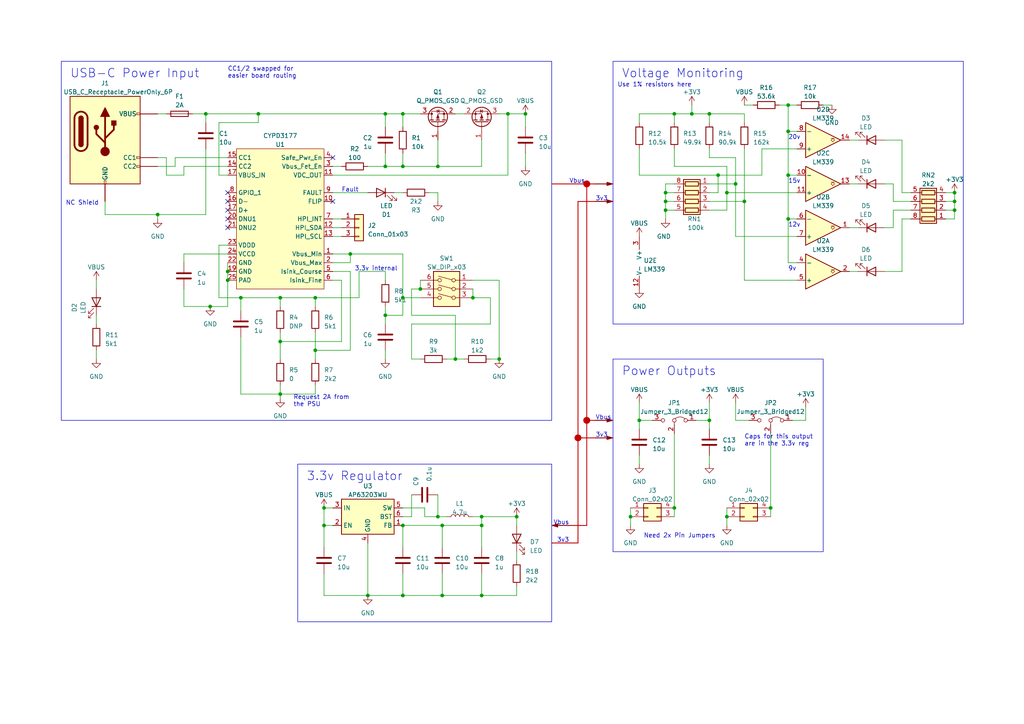
<source format=kicad_sch>
(kicad_sch (version 20230121) (generator eeschema)
  (paper "A4")
  (title_block (title "USB-C Breadboard Power Supply") (date "2023-05-16") (rev "v1") (company "Benjamin Crall"))
  (junction (at 276.86 58.42))
  (junction (at 116.84 48.26))
  (junction (at 111.76 48.26))
  (junction (at 205.74 121.92))
  (junction (at 149.86 149.86))
  (junction (at 59.69 33.02))
  (junction (at 116.84 86.36))
  (junction (at 193.04 60.96))
  (junction (at 195.58 147.32))
  (junction (at 185.42 121.92))
  (junction (at 228.6 50.8))
  (junction (at 200.66 33.02))
  (junction (at 182.88 149.86))
  (junction (at 228.6 30.48))
  (junction (at 139.7 172.72))
  (junction (at 193.04 58.42))
  (junction (at 139.7 149.86))
  (junction (at 101.6 73.66))
  (junction (at 128.27 152.4))
  (junction (at 139.7 152.4))
  (junction (at 60.96 88.9))
  (junction (at 193.04 55.88))
  (junction (at 128.27 172.72))
  (junction (at 132.08 104.14))
  (junction (at 111.76 33.02))
  (junction (at 111.76 91.44))
  (junction (at 91.44 86.36))
  (junction (at 208.28 50.8))
  (junction (at 228.6 63.5))
  (junction (at 213.36 53.34))
  (junction (at 276.86 60.96))
  (junction (at 147.32 33.02))
  (junction (at 91.44 101.6))
  (junction (at 81.28 99.06))
  (junction (at 106.68 172.72))
  (junction (at 116.84 33.02))
  (junction (at 127 149.86))
  (junction (at 127 48.26))
  (junction (at 81.28 86.36))
  (junction (at 195.58 33.02))
  (junction (at 93.98 152.4))
  (junction (at 210.82 55.88))
  (junction (at 45.72 62.23))
  (junction (at 116.84 152.4))
  (junction (at 93.98 147.32))
  (junction (at 205.74 33.02))
  (junction (at 144.78 104.14))
  (junction (at 223.52 147.32))
  (junction (at 81.28 114.3))
  (junction (at 121.92 83.82))
  (junction (at 276.86 55.88))
  (junction (at 66.04 81.28))
  (junction (at 69.85 86.36))
  (junction (at 74.93 33.02))
  (junction (at 116.84 172.72))
  (junction (at 215.9 58.42))
  (junction (at 152.4 33.02))
  (junction (at 210.82 149.86))
  (junction (at 66.04 78.74))
  (junction (at 228.6 38.1))
  (junction (at 137.16 86.36))
  (no_connect (at 96.52 58.42))
  (no_connect (at 96.52 45.72))
  (no_connect (at 66.04 60.96))
  (no_connect (at 66.04 66.04))
  (no_connect (at 66.04 55.88))
  (no_connect (at 66.04 58.42))
  (no_connect (at 66.04 63.5))
  (wire (pts (xy 116.84 172.72) (xy 128.27 172.72)))
  (wire (pts (xy 185.42 116.84) (xy 185.42 121.92)))
  (wire (pts (xy 223.52 147.32) (xy 223.52 149.86)))
  (wire (pts (xy 228.6 38.1) (xy 228.6 50.8)))
  (wire (pts (xy 276.86 55.88) (xy 276.86 58.42)))
  (wire (pts (xy 200.66 30.48) (xy 200.66 33.02)))
  (wire (pts (xy 66.04 76.2) (xy 66.04 78.74)))
  (wire (pts (xy 215.9 30.48) (xy 218.44 30.48)))
  (wire (pts (xy 45.72 62.23) (xy 59.69 62.23)))
  (wire (pts (xy 259.08 53.34) (xy 259.08 58.42)))
  (wire (pts (xy 119.38 149.86) (xy 116.84 149.86)))
  (wire (pts (xy 111.76 88.9) (xy 111.76 91.44)))
  (wire (pts (xy 127 55.88) (xy 127 58.42)))
  (wire (pts (xy 231.14 38.1) (xy 228.6 38.1)))
  (polyline (pts (xy 170.18 53.34) (xy 170.18 152.4)) (stroke (width 0.25) (color 192 0 0 1)))
  (wire (pts (xy 45.72 45.72) (xy 48.26 45.72)))
  (wire (pts (xy 274.32 58.42) (xy 276.86 58.42)))
  (wire (pts (xy 48.26 50.8) (xy 48.26 45.72)))
  (wire (pts (xy 147.32 33.02) (xy 152.4 33.02)))
  (wire (pts (xy 213.36 53.34) (xy 205.74 53.34)))
  (wire (pts (xy 256.54 53.34) (xy 259.08 53.34)))
  (wire (pts (xy 144.78 81.28) (xy 144.78 104.14)))
  (wire (pts (xy 205.74 35.56) (xy 205.74 33.02)))
  (wire (pts (xy 193.04 58.42) (xy 193.04 60.96)))
  (wire (pts (xy 91.44 86.36) (xy 104.14 86.36)))
  (wire (pts (xy 139.7 149.86) (xy 149.86 149.86)))
  (wire (pts (xy 69.85 114.3) (xy 81.28 114.3)))
  (wire (pts (xy 66.04 48.26) (xy 53.34 48.26)))
  (wire (pts (xy 116.84 48.26) (xy 127 48.26)))
  (wire (pts (xy 63.5 50.8) (xy 63.5 35.56)))
  (wire (pts (xy 59.69 33.02) (xy 59.69 35.56)))
  (wire (pts (xy 259.08 58.42) (xy 264.16 58.42)))
  (wire (pts (xy 69.85 97.79) (xy 69.85 114.3)))
  (polyline (pts (xy 167.64 157.48) (xy 167.64 58.42)) (stroke (width 0.25) (color 192 0 0 1)))
  (wire (pts (xy 208.28 50.8) (xy 208.28 55.88)))
  (wire (pts (xy 233.68 121.92) (xy 229.87 121.92)))
  (wire (pts (xy 96.52 76.2) (xy 101.6 76.2)))
  (wire (pts (xy 96.52 73.66) (xy 101.6 73.66)))
  (wire (pts (xy 93.98 147.32) (xy 96.52 147.32)))
  (wire (pts (xy 185.42 33.02) (xy 195.58 33.02)))
  (wire (pts (xy 210.82 48.26) (xy 210.82 55.88)))
  (wire (pts (xy 182.88 147.32) (xy 182.88 149.86)))
  (wire (pts (xy 215.9 33.02) (xy 215.9 35.56)))
  (wire (pts (xy 132.08 104.14) (xy 129.54 104.14)))
  (wire (pts (xy 45.72 63.5) (xy 45.72 62.23)))
  (wire (pts (xy 144.78 104.14) (xy 142.24 104.14)))
  (wire (pts (xy 195.58 58.42) (xy 193.04 58.42)))
  (wire (pts (xy 128.27 152.4) (xy 128.27 158.75)))
  (wire (pts (xy 96.52 48.26) (xy 99.06 48.26)))
  (wire (pts (xy 91.44 114.3) (xy 91.44 111.76)))
  (wire (pts (xy 261.62 63.5) (xy 264.16 63.5)))
  (wire (pts (xy 106.68 172.72) (xy 116.84 172.72)))
  (wire (pts (xy 59.69 43.18) (xy 59.69 62.23)))
  (wire (pts (xy 50.8 48.26) (xy 50.8 45.72)))
  (wire (pts (xy 63.5 35.56) (xy 74.93 35.56)))
  (wire (pts (xy 127 48.26) (xy 139.7 48.26)))
  (wire (pts (xy 228.6 63.5) (xy 231.14 63.5)))
  (wire (pts (xy 106.68 48.26) (xy 111.76 48.26)))
  (wire (pts (xy 60.96 88.9) (xy 66.04 88.9)))
  (wire (pts (xy 195.58 48.26) (xy 210.82 48.26)))
  (wire (pts (xy 63.5 86.36) (xy 63.5 71.12)))
  (wire (pts (xy 193.04 53.34) (xy 193.04 55.88)))
  (wire (pts (xy 121.92 83.82) (xy 119.38 83.82)))
  (wire (pts (xy 111.76 33.02) (xy 111.76 36.83)))
  (wire (pts (xy 261.62 40.64) (xy 256.54 40.64)))
  (wire (pts (xy 128.27 152.4) (xy 139.7 152.4)))
  (wire (pts (xy 195.58 55.88) (xy 193.04 55.88)))
  (wire (pts (xy 233.68 118.11) (xy 233.68 121.92)))
  (wire (pts (xy 231.14 43.18) (xy 220.98 43.18)))
  (wire (pts (xy 210.82 55.88) (xy 210.82 60.96)))
  (wire (pts (xy 69.85 86.36) (xy 81.28 86.36)))
  (wire (pts (xy 93.98 152.4) (xy 93.98 158.75)))
  (wire (pts (xy 195.58 43.18) (xy 195.58 48.26)))
  (wire (pts (xy 139.7 152.4) (xy 139.7 158.75)))
  (wire (pts (xy 99.06 99.06) (xy 99.06 81.28)))
  (wire (pts (xy 111.76 91.44) (xy 111.76 93.98)))
  (wire (pts (xy 134.62 33.02) (xy 132.08 33.02)))
  (wire (pts (xy 228.6 50.8) (xy 228.6 63.5)))
  (wire (pts (xy 128.27 166.37) (xy 128.27 172.72)))
  (wire (pts (xy 96.52 55.88) (xy 106.68 55.88)))
  (wire (pts (xy 213.36 68.58) (xy 231.14 68.58)))
  (wire (pts (xy 274.32 60.96) (xy 276.86 60.96)))
  (wire (pts (xy 139.7 149.86) (xy 137.16 149.86)))
  (wire (pts (xy 96.52 66.04) (xy 99.06 66.04)))
  (wire (pts (xy 213.36 121.92) (xy 217.17 121.92)))
  (wire (pts (xy 53.34 73.66) (xy 53.34 76.2)))
  (wire (pts (xy 185.42 132.08) (xy 185.42 134.62)))
  (wire (pts (xy 81.28 99.06) (xy 99.06 99.06)))
  (wire (pts (xy 114.3 55.88) (xy 116.84 55.88)))
  (wire (pts (xy 27.94 101.6) (xy 27.94 104.14)))
  (wire (pts (xy 81.28 99.06) (xy 81.28 96.52)))
  (wire (pts (xy 139.7 149.86) (xy 139.7 152.4)))
  (wire (pts (xy 119.38 83.82) (xy 119.38 91.44)))
  (wire (pts (xy 205.74 45.72) (xy 213.36 45.72)))
  (wire (pts (xy 116.84 44.45) (xy 116.84 48.26)))
  (wire (pts (xy 111.76 44.45) (xy 111.76 48.26)))
  (wire (pts (xy 195.58 147.32) (xy 195.58 149.86)))
  (wire (pts (xy 53.34 50.8) (xy 48.26 50.8)))
  (wire (pts (xy 116.84 86.36) (xy 116.84 91.44)))
  (wire (pts (xy 149.86 152.4) (xy 149.86 149.86)))
  (wire (pts (xy 59.69 33.02) (xy 74.93 33.02)))
  (wire (pts (xy 74.93 35.56) (xy 74.93 33.02)))
  (wire (pts (xy 208.28 55.88) (xy 205.74 55.88)))
  (wire (pts (xy 91.44 96.52) (xy 91.44 101.6)))
  (polyline (pts (xy 165.1 152.4) (xy 170.18 152.4)) (stroke (width 0.25) (color 192 0 0 1)))
  (wire (pts (xy 210.82 149.86) (xy 210.82 152.4)))
  (wire (pts (xy 210.82 55.88) (xy 231.14 55.88)))
  (wire (pts (xy 45.72 48.26) (xy 50.8 48.26)))
  (wire (pts (xy 91.44 104.14) (xy 91.44 101.6)))
  (wire (pts (xy 259.08 66.04) (xy 259.08 60.96)))
  (wire (pts (xy 261.62 78.74) (xy 261.62 63.5)))
  (wire (pts (xy 193.04 55.88) (xy 193.04 58.42)))
  (wire (pts (xy 81.28 88.9) (xy 81.28 86.36)))
  (wire (pts (xy 30.48 62.23) (xy 45.72 62.23)))
  (wire (pts (xy 50.8 45.72) (xy 66.04 45.72)))
  (wire (pts (xy 215.9 43.18) (xy 215.9 58.42)))
  (wire (pts (xy 132.08 91.44) (xy 132.08 104.14)))
  (wire (pts (xy 91.44 101.6) (xy 101.6 101.6)))
  (wire (pts (xy 116.84 73.66) (xy 116.84 86.36)))
  (wire (pts (xy 119.38 143.51) (xy 119.38 149.86)))
  (wire (pts (xy 93.98 172.72) (xy 106.68 172.72)))
  (wire (pts (xy 27.94 91.44) (xy 27.94 93.98)))
  (wire (pts (xy 104.14 86.36) (xy 104.14 78.74)))
  (wire (pts (xy 53.34 83.82) (xy 53.34 88.9)))
  (wire (pts (xy 246.38 40.64) (xy 248.92 40.64)))
  (wire (pts (xy 205.74 121.92) (xy 205.74 124.46)))
  (wire (pts (xy 101.6 73.66) (xy 116.84 73.66)))
  (polyline (pts (xy 160.02 53.34) (xy 172.72 53.34)) (stroke (width 0.25) (color 192 0 0 1)))
  (wire (pts (xy 101.6 78.74) (xy 96.52 78.74)))
  (wire (pts (xy 195.58 60.96) (xy 193.04 60.96)))
  (wire (pts (xy 238.76 30.48) (xy 241.3 30.48)))
  (wire (pts (xy 91.44 86.36) (xy 91.44 88.9)))
  (wire (pts (xy 124.46 55.88) (xy 127 55.88)))
  (wire (pts (xy 142.24 93.98) (xy 119.38 93.98)))
  (wire (pts (xy 119.38 91.44) (xy 132.08 91.44)))
  (wire (pts (xy 259.08 60.96) (xy 264.16 60.96)))
  (wire (pts (xy 264.16 55.88) (xy 261.62 55.88)))
  (wire (pts (xy 144.78 81.28) (xy 137.16 81.28)))
  (wire (pts (xy 274.32 63.5) (xy 276.86 63.5)))
  (wire (pts (xy 81.28 114.3) (xy 91.44 114.3)))
  (wire (pts (xy 193.04 60.96) (xy 193.04 63.5)))
  (wire (pts (xy 213.36 45.72) (xy 213.36 53.34)))
  (polyline (pts (xy 167.64 127) (xy 172.72 127)) (stroke (width 0.25) (color 192 0 0 1)))
  (wire (pts (xy 246.38 78.74) (xy 248.92 78.74)))
  (wire (pts (xy 195.58 53.34) (xy 193.04 53.34)))
  (wire (pts (xy 81.28 86.36) (xy 91.44 86.36)))
  (wire (pts (xy 27.94 81.28) (xy 27.94 83.82)))
  (wire (pts (xy 228.6 76.2) (xy 231.14 76.2)))
  (wire (pts (xy 116.84 33.02) (xy 116.84 36.83)))
  (wire (pts (xy 261.62 55.88) (xy 261.62 40.64)))
  (wire (pts (xy 213.36 53.34) (xy 213.36 68.58)))
  (wire (pts (xy 127 143.51) (xy 127 149.86)))
  (wire (pts (xy 66.04 81.28) (xy 66.04 88.9)))
  (wire (pts (xy 81.28 99.06) (xy 81.28 104.14)))
  (wire (pts (xy 256.54 78.74) (xy 261.62 78.74)))
  (wire (pts (xy 231.14 81.28) (xy 215.9 81.28)))
  (wire (pts (xy 223.52 125.73) (xy 223.52 147.32)))
  (wire (pts (xy 205.74 116.84) (xy 205.74 121.92)))
  (wire (pts (xy 149.86 160.02) (xy 149.86 162.56)))
  (wire (pts (xy 123.19 147.32) (xy 123.19 149.86)))
  (wire (pts (xy 106.68 157.48) (xy 106.68 172.72)))
  (wire (pts (xy 116.84 86.36) (xy 121.92 86.36)))
  (wire (pts (xy 226.06 30.48) (xy 228.6 30.48)))
  (wire (pts (xy 137.16 83.82) (xy 137.16 86.36)))
  (wire (pts (xy 74.93 33.02) (xy 111.76 33.02)))
  (wire (pts (xy 96.52 68.58) (xy 99.06 68.58)))
  (wire (pts (xy 205.74 121.92) (xy 201.93 121.92)))
  (wire (pts (xy 228.6 50.8) (xy 231.14 50.8)))
  (wire (pts (xy 213.36 116.84) (xy 213.36 121.92)))
  (wire (pts (xy 127 149.86) (xy 129.54 149.86)))
  (wire (pts (xy 200.66 33.02) (xy 205.74 33.02)))
  (wire (pts (xy 116.84 33.02) (xy 121.92 33.02)))
  (wire (pts (xy 116.84 152.4) (xy 116.84 158.75)))
  (wire (pts (xy 228.6 30.48) (xy 228.6 38.1)))
  (wire (pts (xy 116.84 152.4) (xy 128.27 152.4)))
  (wire (pts (xy 99.06 81.28) (xy 96.52 81.28)))
  (wire (pts (xy 195.58 33.02) (xy 200.66 33.02)))
  (wire (pts (xy 210.82 60.96) (xy 205.74 60.96)))
  (wire (pts (xy 228.6 63.5) (xy 228.6 76.2)))
  (wire (pts (xy 111.76 101.6) (xy 111.76 104.14)))
  (wire (pts (xy 66.04 50.8) (xy 63.5 50.8)))
  (wire (pts (xy 116.84 147.32) (xy 123.19 147.32)))
  (wire (pts (xy 215.9 58.42) (xy 215.9 81.28)))
  (wire (pts (xy 45.72 33.02) (xy 48.26 33.02)))
  (wire (pts (xy 256.54 66.04) (xy 259.08 66.04)))
  (wire (pts (xy 104.14 78.74) (xy 111.76 78.74)))
  (wire (pts (xy 195.58 33.02) (xy 195.58 35.56)))
  (wire (pts (xy 215.9 58.42) (xy 205.74 58.42)))
  (wire (pts (xy 228.6 30.48) (xy 231.14 30.48)))
  (wire (pts (xy 220.98 43.18) (xy 220.98 50.8)))
  (wire (pts (xy 185.42 121.92) (xy 189.23 121.92)))
  (wire (pts (xy 128.27 172.72) (xy 139.7 172.72)))
  (wire (pts (xy 185.42 50.8) (xy 208.28 50.8)))
  (wire (pts (xy 276.86 60.96) (xy 276.86 63.5)))
  (wire (pts (xy 142.24 86.36) (xy 142.24 93.98)))
  (wire (pts (xy 152.4 44.45) (xy 152.4 48.26)))
  (wire (pts (xy 246.38 53.34) (xy 248.92 53.34)))
  (wire (pts (xy 210.82 147.32) (xy 210.82 149.86)))
  (wire (pts (xy 93.98 152.4) (xy 96.52 152.4)))
  (wire (pts (xy 246.38 66.04) (xy 248.92 66.04)))
  (wire (pts (xy 111.76 78.74) (xy 111.76 81.28)))
  (wire (pts (xy 185.42 35.56) (xy 185.42 33.02)))
  (wire (pts (xy 101.6 101.6) (xy 101.6 78.74)))
  (wire (pts (xy 55.88 33.02) (xy 59.69 33.02)))
  (wire (pts (xy 66.04 73.66) (xy 53.34 73.66)))
  (wire (pts (xy 195.58 125.73) (xy 195.58 147.32)))
  (wire (pts (xy 182.88 149.86) (xy 182.88 152.4)))
  (wire (pts (xy 69.85 86.36) (xy 69.85 90.17)))
  (wire (pts (xy 147.32 33.02) (xy 147.32 50.8)))
  (polyline (pts (xy 167.64 58.42) (xy 172.72 58.42)) (stroke (width 0.25) (color 192 0 0 1)))
  (wire (pts (xy 139.7 172.72) (xy 139.7 166.37)))
  (wire (pts (xy 111.76 48.26) (xy 116.84 48.26)))
  (wire (pts (xy 220.98 50.8) (xy 208.28 50.8)))
  (wire (pts (xy 101.6 73.66) (xy 101.6 76.2)))
  (polyline (pts (xy 160.02 157.48) (xy 167.64 157.48)) (stroke (width 0.25) (color 192 0 0 1)))
  (wire (pts (xy 69.85 86.36) (xy 63.5 86.36)))
  (wire (pts (xy 121.92 81.28) (xy 121.92 83.82)))
  (wire (pts (xy 60.96 88.9) (xy 53.34 88.9)))
  (wire (pts (xy 30.48 58.42) (xy 30.48 62.23)))
  (wire (pts (xy 139.7 40.64) (xy 139.7 48.26)))
  (wire (pts (xy 274.32 55.88) (xy 276.86 55.88)))
  (wire (pts (xy 93.98 166.37) (xy 93.98 172.72)))
  (wire (pts (xy 147.32 33.02) (xy 144.78 33.02)))
  (wire (pts (xy 149.86 170.18) (xy 149.86 172.72)))
  (wire (pts (xy 205.74 132.08) (xy 205.74 134.62)))
  (wire (pts (xy 96.52 50.8) (xy 147.32 50.8)))
  (wire (pts (xy 93.98 147.32) (xy 93.98 152.4)))
  (wire (pts (xy 66.04 78.74) (xy 66.04 81.28)))
  (wire (pts (xy 127 40.64) (xy 127 48.26)))
  (wire (pts (xy 119.38 93.98) (xy 119.38 104.14)))
  (wire (pts (xy 119.38 104.14) (xy 121.92 104.14)))
  (wire (pts (xy 152.4 33.02) (xy 152.4 36.83)))
  (wire (pts (xy 137.16 86.36) (xy 142.24 86.36)))
  (wire (pts (xy 116.84 166.37) (xy 116.84 172.72)))
  (wire (pts (xy 81.28 114.3) (xy 81.28 115.57)))
  (wire (pts (xy 81.28 111.76) (xy 81.28 114.3)))
  (wire (pts (xy 205.74 43.18) (xy 205.74 45.72)))
  (wire (pts (xy 111.76 33.02) (xy 116.84 33.02)))
  (wire (pts (xy 132.08 104.14) (xy 134.62 104.14)))
  (wire (pts (xy 139.7 172.72) (xy 149.86 172.72)))
  (wire (pts (xy 276.86 58.42) (xy 276.86 60.96)))
  (wire (pts (xy 53.34 48.26) (xy 53.34 50.8)))
  (wire (pts (xy 123.19 149.86) (xy 127 149.86)))
  (wire (pts (xy 96.52 63.5) (xy 99.06 63.5)))
  (wire (pts (xy 205.74 33.02) (xy 215.9 33.02)))
  (wire (pts (xy 111.76 91.44) (xy 116.84 91.44)))
  (polyline (pts (xy 170.18 121.92) (xy 172.72 121.92)) (stroke (width 0.25) (color 192 0 0 1)))
  (wire (pts (xy 185.42 121.92) (xy 185.42 124.46)))
  (wire (pts (xy 63.5 71.12) (xy 66.04 71.12)))
  (wire (pts (xy 185.42 43.18) (xy 185.42 50.8)))
  (rectangle (start 17.78 17.78) (end 160.02 121.92))
  (rectangle (start 177.8 17.78) (end 279.4 93.98))
  (rectangle (start 177.8 104.14) (end 238.76 160.02))
  (rectangle (start 86.36 134.62) (end 160.02 180.34))
  (circle (center 167.64 127) (radius 0.0001) (stroke (width 1) (color 192 0 0 1)))
  (circle (center 170.18 121.92) (radius 0.0001) (stroke (width 1) (color 192 0 0 1)))
  (circle (center 170.18 53.34) (radius 0.0001) (stroke (width 1) (color 192 0 0 1)))
  (text "Power Outputs" (at 180.34 109.22 0) (effects (font (size 2.5 2.5)) (justify left bottom)))
  (text "3v3" (at 172.72 58.42 0) (effects (font (size 1.27 1.27)) (justify left bottom)))
  (text "Use 1% resistors here" (at 179.07 25.4 0) (effects (font (size 1.27 1.27)) (justify left bottom)))
  (text "12v" (at 228.6 66.04 0) (effects (font (size 1.27 1.27)) (justify left bottom)))
  (text "USB-C Power Input" (at 20.32 22.86 0) (effects (font (size 2.5 2.5)) (justify left bottom)))
  (text "NC Shield" (at 19.05 59.69 0) (effects (font (size 1.27 1.27)) (justify left bottom)))
  (text "3.3v internal" (at 102.87 78.74 0) (effects (font (size 1.27 1.27)) (justify left bottom)))
  (text "9v" (at 228.6 78.74 0) (effects (font (size 1.27 1.27)) (justify left bottom)))
  (text "Request 2A from\nthe PSU" (at 85.09 118.11 0) (effects (font (size 1.27 1.27)) (justify left bottom)))
  (text "Vbus" (at 165.1 53.34 0) (effects (font (size 1.27 1.27)) (justify left bottom)))
  (text "15v" (at 228.6 53.34 0) (effects (font (size 1.27 1.27)) (justify left bottom)))
  (text "CC1/2 swapped for\neasier board routing" (at 66.04 22.86 0) (effects (font (size 1.27 1.27)) (justify left bottom)))
  (text "Vbus" (at 172.72 121.92 0) (effects (font (size 1.27 1.27)) (justify left bottom)))
  (text "Voltage Monitoring" (at 180.34 22.86 0) (effects (font (size 2.5 2.5)) (justify left bottom)))
  (text "20v" (at 228.6 40.64 0) (effects (font (size 1.27 1.27)) (justify left bottom)))
  (text "Caps for this output\nare in the 3.3v reg" (at 215.9 129.54 0) (effects (font (size 1.27 1.27)) (justify left bottom)))
  (text "Need 2x Pin Jumpers" (at 186.69 156.21 0) (effects (font (size 1.27 1.27)) (justify left bottom)))
  (text "3.3v Regulator" (at 88.9 139.7 0) (effects (font (size 2.5 2.5)) (justify left bottom)))
  (text "3v3" (at 165.1 157.48 0) (effects (font (size 1.27 1.27)) (justify right bottom)))
  (text "Fault" (at 99.06 55.88 0) (effects (font (size 1.27 1.27)) (justify left bottom)))
  (text "Vbus" (at 165.1 152.4 0) (effects (font (size 1.27 1.27)) (justify right bottom)))
  (text "3v3" (at 172.72 127 0) (effects (font (size 1.27 1.27)) (justify left bottom)))
  (symbol (lib_id "Connector_Generic:Conn_01x03") (at 104.14 66.04 0) (unit 1)
    (property "Reference" "J2" (at 106.68 65.405 0) (effects (justify left)))
    (property "Value" "Conn_01x03" (at 106.68 67.945 0) (effects (justify left)))
    (property "Footprint" "Connector_PinHeader_2.54mm:PinHeader_1x03_P2.54mm_Vertical_SMD_Pin1Left" (effects hide))
    (property "DPN-m" " 649-1012938090301ALF" (effects hide))
    (property "MPN-m" "10129380-903001ALF" (effects hide))
  )
  (symbol (lib_id "Device:LED") (at 27.94 87.63 270) (mirror x) (unit 1)
    (property "Reference" "D2" (at 21.59 89.2175 0))
    (property "Value" "LED" (at 24.13 89.2175 0))
    (property "Footprint" "LED_SMD:LED_1206_3216Metric" (effects hide))
    (property "DPN" "160-1169-1-ND" (effects hide))
    (property "MPN" "LTST-C150GKT" (effects hide))
    (property "DPN-m" "710-156120RS75000 " (effects hide))
    (property "MPN-m" "156120RS75000 " (effects hide))
  )
  (symbol (lib_id "Device:C") (at 111.76 97.79 0) (mirror y) (unit 1)
    (property "Reference" "C6" (at 107.95 97.155 0) (effects (justify left)))
    (property "Value" "1u" (at 107.95 99.695 0) (effects (justify left)))
    (property "Footprint" "Capacitor_SMD:C_1206_3216Metric" (effects hide))
    (property "DPN" "1276-1097-1-ND" (effects hide))
    (property "MPN" "CL31B105KAHNNNE" (effects hide))
    (property "DPN-m" "187-CL31B105KBHNFNE" (effects hide))
    (property "MPN-m" "CL31B105KBHNFNE" (effects hide))
  )
  (symbol (lib_id "Comparator:LM339") (at 238.76 40.64 0) (mirror x) (unit 4)
    (property "Reference" "U2" (at 238.76 31.75 0))
    (property "Value" "LM339" (at 238.76 34.29 0))
    (property "Footprint" "Package_SO:TSSOP-14_4.4x5mm_P0.65mm" (effects hide))
    (property "Datasheet" "https://www.st.com/resource/en/datasheet/lm139.pdf" (effects hide))
    (property "DPN" "296-27782-1-ND" (effects hide))
    (property "MPN" "LM339PWRG3" (effects hide))
    (property "DPN-m" "595-LM339PWRG4" (effects hide))
    (property "MPN-m" "LM339PWRG4 " (effects hide))
  )
  (symbol (lib_id "Regulator_Switching:AP63205WU") (at 106.68 149.86 0) (unit 1)
    (property "Reference" "U3" (at 106.68 140.97 0))
    (property "Value" "AP63203WU" (at 106.68 143.51 0))
    (property "Footprint" "Package_TO_SOT_SMD:TSOT-23-6" (effects hide))
    (property "Datasheet" "https://www.diodes.com/assets/Datasheets/AP63200-AP63201-AP63203-AP63205.pdf" (effects hide))
    (property "DPN-m" "621-AP63203WU-7" (effects hide))
    (property "MPN-m" "AP63203WU-7" (effects hide))
  )
  (symbol (lib_id "Comparator:LM339") (at 238.76 78.74 0) (mirror x) (unit 1)
    (property "Reference" "U2" (at 238.76 69.85 0))
    (property "Value" "LM339" (at 238.76 72.39 0))
    (property "Footprint" "Package_SO:TSSOP-14_4.4x5mm_P0.65mm" (effects hide))
    (property "Datasheet" "https://www.st.com/resource/en/datasheet/lm139.pdf" (effects hide))
    (property "DPN" "296-27782-1-ND" (effects hide))
    (property "MPN" "LM339PWRG3" (effects hide))
    (property "DPN-m" "595-LM339PWRG4" (effects hide))
    (property "MPN-m" "LM339PWRG4 " (effects hide))
  )
  (symbol (lib_id "Connector_Generic:Conn_02x02_Counter_Clockwise") (at 215.9 147.32 0) (unit 1)
    (property "Reference" "J4" (at 217.17 142.24 0))
    (property "Value" "Conn_02x02" (at 217.17 144.78 0))
    (property "Footprint" "Connector_PinHeader_2.54mm:PinHeader_2x02_P2.54mm_Vertical" (effects hide))
    (property "DPN" "2057-PH2-04-UA-ND" (effects hide))
    (property "MPN" "PH2-04-UA" (effects hide))
    (property "DPN-m" "649-1012938190403BLF" (effects hide))
    (property "MPN-m" "10129381-904003BLF " (effects hide))
  )
  (symbol (lib_id "power:VBUS") (at 27.94 81.28 0) (unit 1)
    (property "Reference" "#PWR0111" (effects hide))
    (property "Value" "VBUS" (at 27.94 77.47 0))
  )
  (symbol (lib_id "Comparator:LM339") (at 187.96 76.2 0) (unit 5)
    (property "Reference" "U2" (at 186.69 75.565 0) (effects (justify left)))
    (property "Value" "LM339" (at 186.69 78.105 0) (effects (justify left)))
    (property "Footprint" "Package_SO:TSSOP-14_4.4x5mm_P0.65mm" (effects hide))
    (property "Datasheet" "https://www.st.com/resource/en/datasheet/lm139.pdf" (effects hide))
    (property "DPN" "296-27782-1-ND" (effects hide))
    (property "MPN" "LM339PWRG3" (effects hide))
    (property "DPN-m" "595-LM339PWRG4" (effects hide))
    (property "MPN-m" "LM339PWRG4 " (effects hide))
  )
  (symbol (lib_id "Device:R") (at 205.74 39.37 0) (unit 1)
    (property "Reference" "R14" (at 208.28 38.735 0) (effects (justify left)))
    (property "Value" "90.9k" (at 208.28 41.275 0) (effects (justify left)))
    (property "Footprint" "Resistor_SMD:R_1206_3216Metric" (effects hide))
    (property "DPN" "738-RMCF1206FT73K2CT-ND" (effects hide))
    (property "MPN" "RMCF1206FT73K2" (effects hide))
    (property "DPN-m" "652-CR1206FX-9092ELF" (effects hide))
    (property "MPN-m" "CR1206FX-9092ELF" (effects hide))
  )
  (symbol (lib_id "power:GND") (at 111.76 104.14 0) (mirror y) (unit 1)
    (property "Reference" "#PWR0115" (effects hide))
    (property "Value" "GND" (at 111.76 109.22 0))
  )
  (symbol (lib_id "power:GND") (at 205.74 134.62 0) (unit 1)
    (property "Reference" "#PWR04" (effects hide))
    (property "Value" "GND" (at 205.74 139.7 0))
  )
  (symbol (lib_id "power:GND") (at 81.28 115.57 0) (unit 1)
    (property "Reference" "#PWR0117" (effects hide))
    (property "Value" "GND" (at 81.28 120.65 0))
  )
  (symbol (lib_id "Device:L") (at 133.35 149.86 90) (unit 1)
    (property "Reference" "L1" (at 133.35 146.05 90))
    (property "Value" "4.7u" (at 133.35 148.59 90))
    (property "Footprint" "Inductor_SMD:L_1210_3225Metric" (effects hide))
    (property "DPN-m" "652-SRP3212A-4R7M" (effects hide))
    (property "MPN-m" "SRP3212A-4R7M " (effects hide))
  )
  (symbol (lib_id "Graphic:SYM_Arrow_Normal") (at 162.56 152.4 180) (unit 1) (in_bom no) (on_board no)
    (property "Reference" "#SYM105" (effects hide))
    (property "Value" "SYM_Arrow_Normal" (effects hide))
    (property "Sim.Enable" "0" (effects hide))
  )
  (symbol (lib_id "power:VBUS") (at 185.42 68.58 0) (unit 1)
    (property "Reference" "#PWR02" (effects hide))
    (property "Value" "VBUS" (at 185.42 64.77 0))
  )
  (symbol (lib_id "power:GND") (at 45.72 63.5 0) (unit 1)
    (property "Reference" "#PWR0107" (effects hide))
    (property "Value" "GND" (at 45.72 68.58 0))
  )
  (symbol (lib_id "Device:R") (at 185.42 39.37 0) (unit 1)
    (property "Reference" "R12" (at 187.96 38.735 0) (effects (justify left)))
    (property "Value" "10.5k" (at 187.96 41.275 0) (effects (justify left)))
    (property "Footprint" "Resistor_SMD:R_1206_3216Metric" (effects hide))
    (property "DPN" "RMCF1206ZT0R00CT-ND" (effects hide))
    (property "MPN" "RMCF1206ZT0R00" (effects hide))
    (property "DPN-m" "652-CR1206FX-1052ELF" (effects hide))
    (property "MPN-m" "CR1206FX-1052ELF" (effects hide))
  )
  (symbol (lib_id "Device:R") (at 138.43 104.14 270) (mirror x) (unit 1)
    (property "Reference" "R10" (at 138.43 99.06 90))
    (property "Value" "1k2" (at 138.43 101.6 90))
    (property "Footprint" "Resistor_SMD:R_1206_3216Metric" (effects hide))
    (property "DPN-m" "652-CR1206FX-1201ELF" (effects hide))
    (property "MPN-m" "CR1206-FX-1201ELF" (effects hide))
  )
  (symbol (lib_id "Device:LED") (at 110.49 55.88 0) (mirror y) (unit 1)
    (property "Reference" "D1" (at 112.0775 62.23 0))
    (property "Value" "LED" (at 112.0775 59.69 0))
    (property "Footprint" "LED_SMD:LED_1206_3216Metric" (effects hide))
    (property "DPN" "160-1169-1-ND" (effects hide))
    (property "MPN" "LTST-C150GKT" (effects hide))
    (property "DPN-m" "710-156120RS75000 " (effects hide))
    (property "MPN-m" "156120RS75000 " (effects hide))
  )
  (symbol (lib_id "Device:C") (at 128.27 162.56 0) (unit 1)
    (property "Reference" "C10" (at 132.08 161.925 0) (effects (justify left)))
    (property "Value" "10u" (at 132.08 164.465 0) (effects (justify left)))
    (property "Footprint" "Capacitor_SMD:C_1206_3216Metric" (effects hide))
    (property "DPN" "1276-1097-1-ND" (effects hide))
    (property "MPN" "CL31B105KAHNNNE" (effects hide))
    (property "DPN-m" "187-CL31A106MBHNNNE" (effects hide))
    (property "MPN-m" "CL31A106MBHNNNE" (effects hide))
  )
  (symbol (lib_id "Device:LED") (at 252.73 53.34 0) (mirror x) (unit 1)
    (property "Reference" "D4" (at 251.1425 46.99 0))
    (property "Value" "LED" (at 251.1425 49.53 0))
    (property "Footprint" "LED_SMD:LED_1206_3216Metric" (effects hide))
    (property "DPN" "160-1169-1-ND" (effects hide))
    (property "MPN" "LTST-C150GKT" (effects hide))
    (property "DPN-m" "710-156120RS75000 " (effects hide))
    (property "MPN-m" "156120RS75000 " (effects hide))
  )
  (symbol (lib_id "power:VBUS") (at 215.9 30.48 0) (unit 1)
    (property "Reference" "#PWR0102" (effects hide))
    (property "Value" "VBUS" (at 215.9 26.67 0))
  )
  (symbol (lib_id "Device:R") (at 215.9 39.37 0) (unit 1)
    (property "Reference" "R15" (at 218.44 38.735 0) (effects (justify left)))
    (property "Value" "162k" (at 218.44 41.275 0) (effects (justify left)))
    (property "Footprint" "Resistor_SMD:R_1206_3216Metric" (effects hide))
    (property "DPN" "738-RMCF1206FT137KCT-ND" (effects hide))
    (property "MPN" "RMCF1206FT137K" (effects hide))
    (property "DPN-m" "652-CR1206FX-1623ELF" (effects hide))
    (property "MPN-m" "CR1206FX-1623ELF" (effects hide))
  )
  (symbol (lib_id "usb-breadboard:CYPD3177") (at 81.28 62.23 0) (unit 1)
    (property "Reference" "U1" (at 81.28 41.91 0))
    (property "Value" "CYPD3177" (at 81.28 39.37 0))
    (property "Footprint" "Package_DFN_QFN:QFN-24-1EP_4x4mm_P0.5mm_EP2.8x2.8mm" (effects hide))
    (property "Datasheet" "https://www.mouser.com/datasheet/2/196/Infineon_EZ_PD_BCR_Datasheet_USB_Type_C_Port_Contr-3161917.pdf" (effects hide))
    (property "DPN-m" "727-CYPD3177-24LQXQT" (effects hide))
    (property "MPN" "CYPD3177-24LQXQT" (effects hide))
    (property "MPN-m" "CYPD3177-24LQXQT" (effects hide))
  )
  (symbol (lib_id "power:GND") (at 27.94 104.14 0) (unit 1)
    (property "Reference" "#PWR0114" (effects hide))
    (property "Value" "GND" (at 27.94 109.22 0))
  )
  (symbol (lib_id "Device:LED") (at 149.86 156.21 90) (unit 1)
    (property "Reference" "D7" (at 153.67 157.1625 90) (effects (justify right)))
    (property "Value" "LED" (at 153.67 159.7025 90) (effects (justify right)))
    (property "Footprint" "LED_SMD:LED_1206_3216Metric" (effects hide))
    (property "DPN" "160-1169-1-ND" (effects hide))
    (property "MPN" "LTST-C150GKT" (effects hide))
    (property "DPN-m" "710-156120RS75000 " (effects hide))
    (property "MPN-m" "156120RS75000 " (effects hide))
  )
  (symbol (lib_id "Device:R") (at 195.58 39.37 0) (unit 1)
    (property "Reference" "R13" (at 198.12 38.735 0) (effects (justify left)))
    (property "Value" "49.9k" (at 198.12 41.275 0) (effects (justify left)))
    (property "Footprint" "Resistor_SMD:R_1206_3216Metric" (effects hide))
    (property "DPN" "738-RMCF1206FT36K5CT-ND" (effects hide))
    (property "MPN" "RMCF1206FT36K5" (effects hide))
    (property "DPN-m" "652-CR1206FX-4992ELF" (effects hide))
    (property "MPN-m" "CR1206FX-4992ELF" (effects hide))
  )
  (symbol (lib_id "power:+3V3") (at 276.86 55.88 0) (unit 1)
    (property "Reference" "#PWR01" (effects hide))
    (property "Value" "+3V3" (at 276.86 52.07 0))
  )
  (symbol (lib_id "Device:C") (at 93.98 162.56 0) (unit 1)
    (property "Reference" "C7" (at 97.79 161.925 0) (effects (justify left)))
    (property "Value" "10u" (at 97.79 164.465 0) (effects (justify left)))
    (property "Footprint" "Capacitor_SMD:C_1206_3216Metric" (effects hide))
    (property "DPN" "1276-1097-1-ND" (effects hide))
    (property "MPN" "CL31B105KAHNNNE" (effects hide))
    (property "DPN-m" "187-CL31A106MBHNNNE" (effects hide))
    (property "MPN-m" "CL31A106MBHNNNE" (effects hide))
  )
  (symbol (lib_id "Device:C") (at 111.76 40.64 0) (mirror y) (unit 1)
    (property "Reference" "C2" (at 107.95 40.005 0) (effects (justify left)))
    (property "Value" "1u" (at 107.95 42.545 0) (effects (justify left)))
    (property "Footprint" "Capacitor_SMD:C_1206_3216Metric" (effects hide))
    (property "DPN" "1276-1097-1-ND" (effects hide))
    (property "MPN" "CL31B105KAHNNNE" (effects hide))
    (property "DPN-m" "187-CL31B105KBHNFNE" (effects hide))
    (property "MPN-m" "CL31B105KBHNFNE" (effects hide))
  )
  (symbol (lib_id "Device:C") (at 116.84 162.56 0) (unit 1)
    (property "Reference" "C11" (at 120.65 161.925 0) (effects (justify left)))
    (property "Value" "10u" (at 120.65 164.465 0) (effects (justify left)))
    (property "Footprint" "Capacitor_SMD:C_1206_3216Metric" (effects hide))
    (property "DPN" "1276-1097-1-ND" (effects hide))
    (property "MPN" "CL31B105KAHNNNE" (effects hide))
    (property "DPN-m" "187-CL31A106MBHNNNE" (effects hide))
    (property "MPN-m" "CL31A106MBHNNNE" (effects hide))
  )
  (symbol (lib_id "power:GND") (at 182.88 152.4 0) (unit 1)
    (property "Reference" "#PWR0122" (effects hide))
    (property "Value" "GND" (at 182.88 157.48 0))
  )
  (symbol (lib_id "Device:C") (at 53.34 80.01 0) (unit 1)
    (property "Reference" "C4" (at 57.15 79.375 0) (effects (justify left)))
    (property "Value" "1u" (at 57.15 81.915 0) (effects (justify left)))
    (property "Footprint" "Capacitor_SMD:C_1206_3216Metric" (effects hide))
    (property "DPN" "1276-1097-1-ND" (effects hide))
    (property "MPN" "CL31B105KAHNNNE" (effects hide))
    (property "DPN-m" "187-CL31B105KBHNFNE" (effects hide))
    (property "MPN-m" "CL31B105KBHNFNE" (effects hide))
  )
  (symbol (lib_id "Device:C") (at 152.4 40.64 0) (unit 1)
    (property "Reference" "C3" (at 156.21 40.005 0) (effects (justify left)))
    (property "Value" "10u" (at 156.21 42.545 0) (effects (justify left)))
    (property "Footprint" "Capacitor_SMD:C_1206_3216Metric" (effects hide))
    (property "DPN" "1276-1097-1-ND" (effects hide))
    (property "MPN" "CL31B105KAHNNNE" (effects hide))
    (property "DPN-m" "187-CL31A106MBHNNNE" (effects hide))
    (property "MPN-m" "CL31A106MBHNNNE" (effects hide))
  )
  (symbol (lib_id "Device:C") (at 59.69 39.37 0) (unit 1)
    (property "Reference" "C1" (at 63.5 38.735 0) (effects (justify left)))
    (property "Value" "10u" (at 63.5 41.275 0) (effects (justify left)))
    (property "Footprint" "Capacitor_SMD:C_1206_3216Metric" (effects hide))
    (property "DPN" "1276-1075-1-ND" (effects hide))
    (property "MPN" "CL31A106KAHNNNE" (effects hide))
    (property "DPN-m" "187-CL31A106MBHNNNE" (effects hide))
    (property "MPN-m" "CL31A106MBHNNNE" (effects hide))
  )
  (symbol (lib_id "Graphic:SYM_Arrow_Normal") (at 175.26 53.34 0) (unit 1) (in_bom no) (on_board no)
    (property "Reference" "#SYM101" (effects hide))
    (property "Value" "SYM_Arrow_Normal" (effects hide))
    (property "Sim.Enable" "0" (effects hide))
  )
  (symbol (lib_id "Connector_Generic:Conn_02x02_Counter_Clockwise") (at 187.96 147.32 0) (unit 1)
    (property "Reference" "J3" (at 189.23 142.24 0))
    (property "Value" "Conn_02x02" (at 189.23 144.78 0))
    (property "Footprint" "Connector_PinHeader_2.54mm:PinHeader_2x02_P2.54mm_Vertical" (effects hide))
    (property "DPN" "2057-PH2-04-UA-ND" (effects hide))
    (property "MPN" "PH2-04-UA" (effects hide))
    (property "DPN-m" "649-1012938190403BLF" (effects hide))
    (property "MPN-m" "10129381-904003BLF " (effects hide))
  )
  (symbol (lib_id "power:GND") (at 152.4 48.26 0) (unit 1)
    (property "Reference" "#PWR0105" (effects hide))
    (property "Value" "GND" (at 152.4 53.34 0))
  )
  (symbol (lib_id "Device:R") (at 125.73 104.14 270) (mirror x) (unit 1)
    (property "Reference" "R9" (at 125.73 99.06 90))
    (property "Value" "3k" (at 125.73 101.6 90))
    (property "Footprint" "Resistor_SMD:R_1206_3216Metric" (effects hide))
    (property "DPN-m" "652-CR1206FX-3001ELF" (effects hide))
    (property "MPN-m" "CR1206-FX-3001ELF" (effects hide))
  )
  (symbol (lib_id "Device:R") (at 81.28 92.71 0) (unit 1)
    (property "Reference" "R4" (at 83.82 92.075 0) (effects (justify left)))
    (property "Value" "DNP" (at 83.82 94.615 0) (effects (justify left)))
    (property "Footprint" "Resistor_SMD:R_1206_3216Metric" (effects hide))
  )
  (symbol (lib_id "power:GND") (at 185.42 83.82 0) (unit 1)
    (property "Reference" "#PWR0112" (effects hide))
    (property "Value" "GND" (at 185.42 88.9 0))
  )
  (symbol (lib_id "power:VBUS") (at 185.42 116.84 0) (unit 1)
    (property "Reference" "#PWR0118" (effects hide))
    (property "Value" "VBUS" (at 185.42 113.03 0))
  )
  (symbol (lib_id "Device:R") (at 120.65 55.88 90) (mirror x) (unit 1)
    (property "Reference" "R3" (at 120.65 60.96 90))
    (property "Value" "2k2" (at 120.65 58.42 90))
    (property "Footprint" "Resistor_SMD:R_1206_3216Metric" (effects hide))
    (property "DPN" "RMCF1206JT2K20CT-ND" (effects hide))
    (property "MPN" "RMCF1206JT2K20" (effects hide))
    (property "DPN-m" "652-CR1206FX-2201ELF" (effects hide))
    (property "MPN-m" "CR1206-FX-2201ELF" (effects hide))
  )
  (symbol (lib_id "power:VBUS") (at 152.4 33.02 0) (unit 1)
    (property "Reference" "#PWR0104" (effects hide))
    (property "Value" "VBUS" (at 152.4 29.21 0))
  )
  (symbol (lib_id "Device:R") (at 27.94 97.79 0) (unit 1)
    (property "Reference" "R11" (at 30.48 97.155 0) (effects (justify left)))
    (property "Value" "5k1" (at 30.48 99.695 0) (effects (justify left)))
    (property "Footprint" "Resistor_SMD:R_1206_3216Metric" (effects hide))
    (property "DPN-m" "652-CR1206FX-5101ELF" (effects hide))
    (property "MPN-m" "CR1206FX-5101ELF" (effects hide))
  )
  (symbol (lib_id "Switch:SW_DIP_x03") (at 129.54 86.36 0) (mirror y) (unit 1)
    (property "Reference" "SW1" (at 129.54 74.93 0))
    (property "Value" "SW_DIP_x03" (at 129.54 77.47 0))
    (property "Footprint" "Button_Switch_SMD:SW_DIP_SPSTx03_Slide_6.7x9.18mm_W8.61mm_P2.54mm_LowProfile" (effects hide))
    (property "DPN-m" "490-DS04254203BK-SMT " (effects hide))
    (property "MPN-m" "DS04-254-2-03BK-SMT " (effects hide))
  )
  (symbol (lib_id "Comparator:LM339") (at 238.76 53.34 0) (mirror x) (unit 3)
    (property "Reference" "U2" (at 238.76 44.45 0))
    (property "Value" "LM339" (at 238.76 46.99 0))
    (property "Footprint" "Package_SO:TSSOP-14_4.4x5mm_P0.65mm" (effects hide))
    (property "Datasheet" "https://www.st.com/resource/en/datasheet/lm139.pdf" (effects hide))
    (property "DPN" "296-27782-1-ND" (effects hide))
    (property "MPN" "LM339PWRG3" (effects hide))
    (property "DPN-m" "595-LM339PWRG4" (effects hide))
    (property "MPN-m" "LM339PWRG4 " (effects hide))
  )
  (symbol (lib_id "power:+3V3") (at 200.66 30.48 0) (unit 1)
    (property "Reference" "#PWR0101" (effects hide))
    (property "Value" "+3V3" (at 200.66 26.67 0))
  )
  (symbol (lib_id "Connector:USB_C_Receptacle_PowerOnly_6P") (at 30.48 40.64 0) (unit 1)
    (property "Reference" "J1" (at 30.48 24.13 0))
    (property "Value" "USB_C_Receptacle_PowerOnly_6P" (at 34.29 26.67 0))
    (property "Footprint" "usb-breadboard:J-Amphenol-USB-C" (effects hide))
    (property "Datasheet" "https://www.usb.org/sites/default/files/documents/usb_type-c.zip" (effects hide))
    (property "DPN" "609-10164359-00011LFCT-ND" (effects hide))
    (property "MPN" "10164359-00011LF" (effects hide))
    (property "DPN-m" "649-10164359-00011LF" (effects hide))
    (property "MPN-m" "10164359-00011LF " (effects hide))
  )
  (symbol (lib_id "power:GND") (at 241.3 30.48 0) (unit 1)
    (property "Reference" "#PWR0103" (effects hide))
    (property "Value" "GND" (at 241.3 35.56 0))
  )
  (symbol (lib_id "power:+3V3") (at 149.86 149.86 0) (unit 1)
    (property "Reference" "#PWR0125" (effects hide))
    (property "Value" "+3V3" (at 149.86 146.05 0))
  )
  (symbol (lib_id "power:GND") (at 106.68 172.72 0) (unit 1)
    (property "Reference" "#PWR0126" (effects hide))
    (property "Value" "GND" (at 106.68 177.8 0))
  )
  (symbol (lib_id "power:+3V3") (at 233.68 118.11 0) (unit 1)
    (property "Reference" "#PWR0121" (effects hide))
    (property "Value" "+3V3" (at 233.68 114.3 0))
  )
  (symbol (lib_id "Device:Q_PMOS_GSD") (at 127 35.56 90) (unit 1)
    (property "Reference" "Q1" (at 127 26.67 90))
    (property "Value" "Q_PMOS_GSD" (at 127 29.21 90))
    (property "Footprint" "Package_TO_SOT_SMD:SOT-23-3" (effects hide))
    (property "DPN-m" "621-DMP3099L-7" (effects hide))
    (property "MPN-m" "DMP3099L-7" (effects hide))
  )
  (symbol (lib_id "Device:R") (at 81.28 107.95 0) (unit 1)
    (property "Reference" "R5" (at 83.82 107.315 0) (effects (justify left)))
    (property "Value" "0" (at 83.82 109.855 0) (effects (justify left)))
    (property "Footprint" "Resistor_SMD:R_1206_3216Metric" (effects hide))
    (property "DPN-m" "652-CR1206-J/-000ELF " (effects hide))
    (property "MPN-m" "CR1206-J/-000ELF " (effects hide))
  )
  (symbol (lib_id "power:GND") (at 185.42 134.62 0) (unit 1)
    (property "Reference" "#PWR03" (effects hide))
    (property "Value" "GND" (at 185.42 139.7 0))
  )
  (symbol (lib_id "Device:R") (at 102.87 48.26 90) (unit 1)
    (property "Reference" "R2" (at 102.87 43.18 90))
    (property "Value" "100" (at 102.87 45.72 90))
    (property "Footprint" "Resistor_SMD:R_1206_3216Metric" (effects hide))
    (property "DPN" "RMCF1206JT100RCT-ND" (effects hide))
    (property "MPN" "RMCF1206JT100R" (effects hide))
    (property "DPN-m" "652-CR1206FX-1000ELF" (effects hide))
    (property "MPN-m" "CR1206-FX-1000ELF" (effects hide))
  )
  (symbol (lib_id "Graphic:SYM_Arrow_Normal") (at 175.26 121.92 0) (unit 1) (in_bom no) (on_board no)
    (property "Reference" "#SYM103" (effects hide))
    (property "Value" "SYM_Arrow_Normal" (effects hide))
    (property "Sim.Enable" "0" (effects hide))
  )
  (symbol (lib_id "power:VBUS") (at 213.36 116.84 0) (unit 1)
    (property "Reference" "#PWR0120" (effects hide))
    (property "Value" "VBUS" (at 213.36 113.03 0))
  )
  (symbol (lib_id "power:GND") (at 127 58.42 0) (unit 1)
    (property "Reference" "#PWR0106" (effects hide))
    (property "Value" "GND" (at 127 63.5 0))
  )
  (symbol (lib_id "Device:LED") (at 252.73 40.64 0) (mirror x) (unit 1)
    (property "Reference" "D3" (at 251.1425 34.29 0))
    (property "Value" "LED" (at 251.1425 36.83 0))
    (property "Footprint" "LED_SMD:LED_1206_3216Metric" (effects hide))
    (property "DPN" "160-1169-1-ND" (effects hide))
    (property "MPN" "LTST-C150GKT" (effects hide))
    (property "DPN-m" "710-156120RS75000 " (effects hide))
    (property "MPN-m" "156120RS75000 " (effects hide))
  )
  (symbol (lib_id "power:GND") (at 210.82 152.4 0) (unit 1)
    (property "Reference" "#PWR0123" (effects hide))
    (property "Value" "GND" (at 210.82 157.48 0))
  )
  (symbol (lib_id "Jumper:Jumper_3_Bridged12") (at 195.58 121.92 0) (mirror y) (unit 1)
    (property "Reference" "JP1" (at 195.58 116.84 0))
    (property "Value" "Jumper_3_Bridged12" (at 195.58 119.38 0))
    (property "Footprint" "Connector_PinHeader_2.54mm:PinHeader_1x03_P2.54mm_Vertical_SMD_Pin1Left" (effects hide))
    (property "DPN" "S1013EC-03-ND" (effects hide))
    (property "MPN" "NREC003SABC-M30RC" (effects hide))
    (property "DPN-m" "649-1012938090301ALF " (effects hide))
    (property "MPN-m" "10129380-903001ALF" (effects hide))
  )
  (symbol (lib_id "Device:C") (at 205.74 128.27 0) (unit 1)
    (property "Reference" "C13" (at 209.55 127.635 0) (effects (justify left)))
    (property "Value" "10u" (at 209.55 130.175 0) (effects (justify left)))
    (property "Footprint" "Capacitor_SMD:C_1206_3216Metric" (effects hide))
    (property "DPN" "1276-1097-1-ND" (effects hide))
    (property "MPN" "CL31B105KAHNNNE" (effects hide))
    (property "DPN-m" "187-CL31A106MBHNNNE" (effects hide))
    (property "MPN-m" "CL31A106MBHNNNE" (effects hide))
  )
  (symbol (lib_id "Graphic:SYM_Arrow_Normal") (at 175.26 58.42 0) (unit 1) (in_bom no) (on_board no)
    (property "Reference" "#SYM102" (effects hide))
    (property "Value" "SYM_Arrow_Normal" (effects hide))
    (property "Sim.Enable" "0" (effects hide))
  )
  (symbol (lib_id "Device:R") (at 116.84 40.64 0) (unit 1)
    (property "Reference" "R1" (at 119.38 40.005 0) (effects (justify left)))
    (property "Value" "10k" (at 119.38 42.545 0) (effects (justify left)))
    (property "Footprint" "Resistor_SMD:R_1206_3216Metric" (effects hide))
    (property "DPN-m" "652-CR1206FX-1002ELF" (effects hide))
    (property "MPN-m" "CR1206-FX-1002ELF" (effects hide))
  )
  (symbol (lib_id "Device:Fuse") (at 52.07 33.02 90) (unit 1)
    (property "Reference" "F1" (at 52.07 27.94 90))
    (property "Value" "2A" (at 52.07 30.48 90))
    (property "Footprint" "Fuse:Fuse_1812_4532Metric" (effects hide))
    (property "DPN-m" "576-1812L150/24MR " (effects hide))
    (property "MPN-m" "1812L150/24MR" (effects hide))
  )
  (symbol (lib_id "Device:R") (at 91.44 92.71 0) (unit 1)
    (property "Reference" "R6" (at 93.98 92.075 0) (effects (justify left)))
    (property "Value" "5k1" (at 93.98 94.615 0) (effects (justify left)))
    (property "Footprint" "Resistor_SMD:R_1206_3216Metric" (effects hide))
    (property "DPN-m" "652-CR1206FX-5101ELF" (effects hide))
    (property "MPN-m" "CR1206FX-5101ELF" (effects hide))
  )
  (symbol (lib_id "Device:R") (at 149.86 166.37 0) (unit 1)
    (property "Reference" "R18" (at 152.4 165.735 0) (effects (justify left)))
    (property "Value" "2k2" (at 152.4 168.275 0) (effects (justify left)))
    (property "Footprint" "Resistor_SMD:R_1206_3216Metric" (effects hide))
    (property "DPN" "RMCF1206JT2K20CT-ND" (effects hide))
    (property "MPN" "RMCF1206JT2K20" (effects hide))
    (property "DPN-m" "652-CR1206FX-2201ELF" (effects hide))
    (property "MPN-m" "CR1206-FX-2201ELF" (effects hide))
  )
  (symbol (lib_id "power:GND") (at 144.78 104.14 0) (mirror y) (unit 1)
    (property "Reference" "#PWR0116" (effects hide))
    (property "Value" "GND" (at 144.78 109.22 0))
  )
  (symbol (lib_id "Device:R") (at 222.25 30.48 90) (unit 1)
    (property "Reference" "R16" (at 222.25 25.4 90))
    (property "Value" "53.6k" (at 222.25 27.94 90))
    (property "Footprint" "Resistor_SMD:R_1206_3216Metric" (effects hide))
    (property "DPN" "738-RMCF1206FT536KCT-ND" (effects hide))
    (property "MPN" "RMCF1206FT536K" (effects hide))
    (property "DPN-m" "652-CR1206FX-5362ELF" (effects hide))
    (property "MPN-m" "CR1206-FX-5362ELF" (effects hide))
  )
  (symbol (lib_id "power:GND") (at 60.96 88.9 0) (unit 1)
    (property "Reference" "#PWR0113" (effects hide))
    (property "Value" "GND" (at 60.96 93.98 0))
  )
  (symbol (lib_id "Device:R_Pack04") (at 200.66 58.42 90) (mirror x) (unit 1)
    (property "Reference" "RN1" (at 199.39 63.5 90) (effects (justify right)))
    (property "Value" "100k" (at 199.39 66.04 90) (effects (justify right)))
    (property "Footprint" "Resistor_SMD:R_Array_Convex_4x1206" (effects hide))
    (property "DPN" "13-TC164-FR-07100KLCT-ND" (effects hide))
    (property "MPN" "TC164-FR-07100KL" (effects hide))
    (property "DPN-m" "603-TC164-FR-07100KL" (effects hide))
    (property "MPN-m" "TC164-FR-07100KL" (effects hide))
  )
  (symbol (lib_id "power:GND") (at 193.04 63.5 0) (unit 1)
    (property "Reference" "#PWR0108" (effects hide))
    (property "Value" "GND" (at 190.5 68.58 0) (effects (justify left)))
  )
  (symbol (lib_id "power:+3V3") (at 205.74 116.84 0) (unit 1)
    (property "Reference" "#PWR0119" (effects hide))
    (property "Value" "+3V3" (at 205.74 113.03 0))
  )
  (symbol (lib_id "Comparator:LM339") (at 238.76 66.04 0) (mirror x) (unit 2)
    (property "Reference" "U2" (at 238.76 57.15 0))
    (property "Value" "LM339" (at 238.76 59.69 0))
    (property "Footprint" "Package_SO:TSSOP-14_4.4x5mm_P0.65mm" (effects hide))
    (property "Datasheet" "https://www.st.com/resource/en/datasheet/lm139.pdf" (effects hide))
    (property "DPN" "296-27782-1-ND" (effects hide))
    (property "MPN" "LM339PWRG3" (effects hide))
    (property "DPN-m" "595-LM339PWRG4" (effects hide))
    (property "MPN-m" "LM339PWRG4 " (effects hide))
  )
  (symbol (lib_id "Device:C") (at 139.7 162.56 0) (unit 1)
    (property "Reference" "C8" (at 143.51 161.925 0) (effects (justify left)))
    (property "Value" "1u" (at 143.51 164.465 0) (effects (justify left)))
    (property "Footprint" "Capacitor_SMD:C_1206_3216Metric" (effects hide))
    (property "DPN" "1276-1097-1-ND" (effects hide))
    (property "MPN" "CL31B105KAHNNNE" (effects hide))
    (property "DPN-m" "187-CL31B105KBHNFNE" (effects hide))
    (property "MPN-m" "CL31B105KBHNFNE" (effects hide))
  )
  (symbol (lib_id "Device:LED") (at 252.73 66.04 0) (mirror x) (unit 1)
    (property "Reference" "D5" (at 251.1425 59.69 0))
    (property "Value" "LED" (at 251.1425 62.23 0))
    (property "Footprint" "LED_SMD:LED_1206_3216Metric" (effects hide))
    (property "DPN" "160-1169-1-ND" (effects hide))
    (property "MPN" "LTST-C150GKT" (effects hide))
    (property "DPN-m" "710-156120RS75000 " (effects hide))
    (property "MPN-m" "156120RS75000 " (effects hide))
  )
  (symbol (lib_id "Device:R") (at 111.76 85.09 0) (mirror y) (unit 1)
    (property "Reference" "R8" (at 114.3 84.455 0) (effects (justify right)))
    (property "Value" "5k1" (at 114.3 86.995 0) (effects (justify right)))
    (property "Footprint" "Resistor_SMD:R_1206_3216Metric" (effects hide))
    (property "DPN-m" "652-CR1206FX-5101ELF" (effects hide))
    (property "MPN-m" "CR1206FX-5101ELF" (effects hide))
  )
  (symbol (lib_id "Device:R_Pack04") (at 269.24 58.42 90) (unit 1)
    (property "Reference" "RN2" (at 269.24 50.8 90))
    (property "Value" "2k2" (at 269.24 53.34 90))
    (property "Footprint" "Resistor_SMD:R_Array_Convex_4x1206" (effects hide))
    (property "DPN" "13-TC164-FR-072K2LCT-ND" (effects hide))
    (property "MPN" "TC164-FR-072K2L" (effects hide))
    (property "DPN-m" "603-YC164-FR-072K2L" (effects hide))
    (property "MPN-m" "YC164-FR-072K2L" (effects hide))
  )
  (symbol (lib_id "Device:Q_PMOS_GSD") (at 139.7 35.56 270) (mirror x) (unit 1)
    (property "Reference" "Q2" (at 139.7 26.67 90))
    (property "Value" "Q_PMOS_GSD" (at 139.7 29.21 90))
    (property "Footprint" "Package_TO_SOT_SMD:SOT-23-3" (effects hide))
    (property "DPN-m" "621-DMP3099L-7" (effects hide))
    (property "MPN-m" "DMP3099L-7" (effects hide))
  )
  (symbol (lib_id "Device:C") (at 123.19 143.51 270) (unit 1)
    (property "Reference" "C9" (at 120.65 140.97 0) (effects (justify right)))
    (property "Value" "0.1u" (at 124.46 139.7 0) (effects (justify right)))
    (property "Footprint" "Capacitor_SMD:C_1206_3216Metric" (effects hide))
    (property "DPN-m" "187-CL31B104KBCNNNC" (effects hide))
    (property "MPN-m" "CL31B104KBCNNNC" (effects hide))
  )
  (symbol (lib_id "Device:LED") (at 252.73 78.74 0) (mirror x) (unit 1)
    (property "Reference" "D6" (at 251.1425 72.39 0))
    (property "Value" "LED" (at 251.1425 74.93 0))
    (property "Footprint" "LED_SMD:LED_1206_3216Metric" (effects hide))
    (property "DPN" "160-1169-1-ND" (effects hide))
    (property "MPN" "LTST-C150GKT" (effects hide))
    (property "DPN-m" "710-156120RS75000 " (effects hide))
    (property "MPN-m" "156120RS75000 " (effects hide))
  )
  (symbol (lib_id "Device:R") (at 91.44 107.95 0) (unit 1)
    (property "Reference" "R7" (at 93.98 107.315 0) (effects (justify left)))
    (property "Value" "2k2" (at 93.98 109.855 0) (effects (justify left)))
    (property "Footprint" "Resistor_SMD:R_1206_3216Metric" (effects hide))
    (property "DPN-m" "652-CR1206FX-2201ELF" (effects hide))
    (property "MPN-m" "CR1206-FX-2201ELF" (effects hide))
  )
  (symbol (lib_id "Jumper:Jumper_3_Bridged12") (at 223.52 121.92 0) (mirror y) (unit 1)
    (property "Reference" "JP2" (at 223.52 116.84 0))
    (property "Value" "Jumper_3_Bridged12" (at 223.52 119.38 0))
    (property "Footprint" "Connector_PinHeader_2.54mm:PinHeader_1x03_P2.54mm_Vertical_SMD_Pin1Left" (effects hide))
    (property "DPN" "S1013EC-03-ND" (effects hide))
    (property "MPN" "NREC003SABC-M30RC" (effects hide))
    (property "DPN-m" "649-1012938090301ALF " (effects hide))
    (property "MPN-m" "10129380-903001ALF" (effects hide))
  )
  (symbol (lib_id "power:VBUS") (at 93.98 147.32 0) (unit 1)
    (property "Reference" "#PWR0124" (effects hide))
    (property "Value" "VBUS" (at 93.98 143.51 0))
  )
  (symbol (lib_id "Graphic:SYM_Arrow_Normal") (at 175.26 127 0) (unit 1) (in_bom no) (on_board no)
    (property "Reference" "#SYM104" (effects hide))
    (property "Value" "SYM_Arrow_Normal" (effects hide))
    (property "Sim.Enable" "0" (effects hide))
  )
  (symbol (lib_id "Device:C") (at 69.85 93.98 0) (unit 1)
    (property "Reference" "C5" (at 73.66 93.345 0) (effects (justify left)))
    (property "Value" "1u" (at 73.66 95.885 0) (effects (justify left)))
    (property "Footprint" "Capacitor_SMD:C_1206_3216Metric" (effects hide))
    (property "DPN" "1276-1097-1-ND" (effects hide))
    (property "MPN" "CL31B105KAHNNNE" (effects hide))
    (property "DPN-m" "187-CL31B105KBHNFNE" (effects hide))
    (property "MPN-m" "CL31B105KBHNFNE" (effects hide))
  )
  (symbol (lib_id "Device:C") (at 185.42 128.27 0) (unit 1)
    (property "Reference" "C12" (at 189.23 127.635 0) (effects (justify left)))
    (property "Value" "10u" (at 189.23 130.175 0) (effects (justify left)))
    (property "Footprint" "Capacitor_SMD:C_1206_3216Metric" (effects hide))
    (property "DPN" "1276-1097-1-ND" (effects hide))
    (property "MPN" "CL31B105KAHNNNE" (effects hide))
    (property "DPN-m" "187-CL31A106MBHNNNE" (effects hide))
    (property "MPN-m" "CL31A106MBHNNNE" (effects hide))
  )
  (symbol (lib_id "Device:R") (at 234.95 30.48 90) (unit 1)
    (property "Reference" "R17" (at 234.95 25.4 90))
    (property "Value" "10k" (at 234.95 27.94 90))
    (property "Footprint" "Resistor_SMD:R_1206_3216Metric" (effects hide))
    (property "DPN" "RMCF1206FT100KCT-ND" (effects hide))
    (property "MPN" "RMCF1206FT100K" (effects hide))
    (property "DPN-m" "652-CR1206FX-1002ELF" (effects hide))
    (property "MPN-m" "CR1206-FX-1002ELF" (effects hide))
  )
)
</source>
